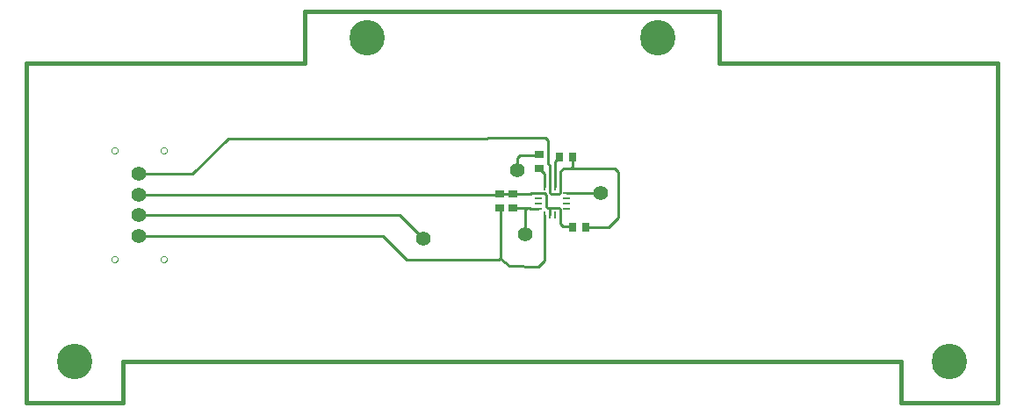
<source format=gtl>
G75*
G70*
%OFA0B0*%
%FSLAX24Y24*%
%IPPOS*%
%LPD*%
%AMOC8*
5,1,8,0,0,1.08239X$1,22.5*
%
%ADD10C,0.0160*%
%ADD11R,0.0110X0.0256*%
%ADD12R,0.0256X0.0110*%
%ADD13R,0.0276X0.0354*%
%ADD14R,0.0354X0.0276*%
%ADD15C,0.0555*%
%ADD16C,0.0000*%
%ADD17C,0.0100*%
%ADD18C,0.0554*%
%ADD19C,0.1345*%
D10*
X000180Y000190D02*
X000180Y013084D01*
X010741Y013084D01*
X010741Y015052D01*
X026489Y015052D01*
X026489Y013084D01*
X037050Y013084D01*
X037050Y000190D01*
X037050Y000180D01*
X037050Y000190D02*
X033379Y000190D01*
X033379Y001765D01*
X003851Y001765D01*
X003851Y000190D01*
X000180Y000190D01*
D11*
X019851Y007324D03*
X020048Y007324D03*
X020245Y007324D03*
X020442Y007324D03*
X020442Y008402D03*
X020245Y008402D03*
X020048Y008402D03*
X019851Y008402D03*
D12*
X019607Y008158D03*
X019607Y007961D03*
X019607Y007765D03*
X019607Y007568D03*
X020686Y007568D03*
X020686Y007765D03*
X020686Y007961D03*
X020686Y008158D03*
D13*
X020891Y006863D03*
X021402Y006863D03*
X020902Y009513D03*
X020391Y009513D03*
D14*
X019647Y009619D03*
X019647Y009107D03*
X018647Y008119D03*
X018147Y008119D03*
X018147Y007607D03*
X018647Y007607D03*
D15*
X004454Y007316D03*
X004454Y008103D03*
X004454Y008891D03*
X004454Y006528D03*
D16*
X005271Y005643D02*
X005273Y005664D01*
X005279Y005684D01*
X005288Y005704D01*
X005300Y005721D01*
X005315Y005735D01*
X005333Y005747D01*
X005353Y005755D01*
X005373Y005760D01*
X005394Y005761D01*
X005415Y005758D01*
X005435Y005752D01*
X005454Y005741D01*
X005471Y005728D01*
X005484Y005712D01*
X005495Y005694D01*
X005503Y005674D01*
X005507Y005654D01*
X005507Y005632D01*
X005503Y005612D01*
X005495Y005592D01*
X005484Y005574D01*
X005471Y005558D01*
X005454Y005545D01*
X005435Y005534D01*
X005415Y005528D01*
X005394Y005525D01*
X005373Y005526D01*
X005353Y005531D01*
X005333Y005539D01*
X005315Y005551D01*
X005300Y005565D01*
X005288Y005582D01*
X005279Y005602D01*
X005273Y005622D01*
X005271Y005643D01*
X003401Y005643D02*
X003403Y005664D01*
X003409Y005684D01*
X003418Y005704D01*
X003430Y005721D01*
X003445Y005735D01*
X003463Y005747D01*
X003483Y005755D01*
X003503Y005760D01*
X003524Y005761D01*
X003545Y005758D01*
X003565Y005752D01*
X003584Y005741D01*
X003601Y005728D01*
X003614Y005712D01*
X003625Y005694D01*
X003633Y005674D01*
X003637Y005654D01*
X003637Y005632D01*
X003633Y005612D01*
X003625Y005592D01*
X003614Y005574D01*
X003601Y005558D01*
X003584Y005545D01*
X003565Y005534D01*
X003545Y005528D01*
X003524Y005525D01*
X003503Y005526D01*
X003483Y005531D01*
X003463Y005539D01*
X003445Y005551D01*
X003430Y005565D01*
X003418Y005582D01*
X003409Y005602D01*
X003403Y005622D01*
X003401Y005643D01*
X003401Y009776D02*
X003403Y009797D01*
X003409Y009817D01*
X003418Y009837D01*
X003430Y009854D01*
X003445Y009868D01*
X003463Y009880D01*
X003483Y009888D01*
X003503Y009893D01*
X003524Y009894D01*
X003545Y009891D01*
X003565Y009885D01*
X003584Y009874D01*
X003601Y009861D01*
X003614Y009845D01*
X003625Y009827D01*
X003633Y009807D01*
X003637Y009787D01*
X003637Y009765D01*
X003633Y009745D01*
X003625Y009725D01*
X003614Y009707D01*
X003601Y009691D01*
X003584Y009678D01*
X003565Y009667D01*
X003545Y009661D01*
X003524Y009658D01*
X003503Y009659D01*
X003483Y009664D01*
X003463Y009672D01*
X003445Y009684D01*
X003430Y009698D01*
X003418Y009715D01*
X003409Y009735D01*
X003403Y009755D01*
X003401Y009776D01*
X005271Y009776D02*
X005273Y009797D01*
X005279Y009817D01*
X005288Y009837D01*
X005300Y009854D01*
X005315Y009868D01*
X005333Y009880D01*
X005353Y009888D01*
X005373Y009893D01*
X005394Y009894D01*
X005415Y009891D01*
X005435Y009885D01*
X005454Y009874D01*
X005471Y009861D01*
X005484Y009845D01*
X005495Y009827D01*
X005503Y009807D01*
X005507Y009787D01*
X005507Y009765D01*
X005503Y009745D01*
X005495Y009725D01*
X005484Y009707D01*
X005471Y009691D01*
X005454Y009678D01*
X005435Y009667D01*
X005415Y009661D01*
X005394Y009658D01*
X005373Y009659D01*
X005353Y009664D01*
X005333Y009672D01*
X005315Y009684D01*
X005300Y009698D01*
X005288Y009715D01*
X005279Y009735D01*
X005273Y009755D01*
X005271Y009776D01*
D17*
X004454Y008891D02*
X006489Y008891D01*
X007837Y010239D01*
X017660Y010239D01*
X017670Y010249D01*
X019875Y010249D01*
X019963Y010160D01*
X019963Y009274D01*
X020048Y009190D01*
X020048Y008402D01*
X020052Y008202D01*
X020052Y008152D01*
X020101Y008133D01*
X020397Y008133D01*
X020442Y008188D01*
X020442Y008402D01*
X020442Y008975D01*
X020574Y009107D01*
X020839Y009107D01*
X020869Y009137D01*
X020908Y009097D01*
X022513Y009097D01*
X022641Y008969D01*
X022641Y007217D01*
X022286Y006863D01*
X021402Y006863D01*
X020891Y006863D02*
X020871Y006883D01*
X020544Y006883D01*
X020442Y006985D01*
X020442Y007324D01*
X020446Y007339D01*
X020446Y007542D01*
X020377Y007591D01*
X020072Y007591D01*
X019944Y007591D01*
X019895Y007641D01*
X019895Y008084D01*
X019826Y008162D01*
X019613Y008162D01*
X019607Y008158D01*
X019603Y008162D01*
X019343Y008162D01*
X019300Y008119D01*
X018647Y008119D01*
X018147Y008119D01*
X018131Y008103D01*
X004454Y008103D01*
X004454Y007316D02*
X014343Y007316D01*
X015249Y006410D01*
X014609Y005633D02*
X013713Y006528D01*
X004454Y006528D01*
X014609Y005633D02*
X018093Y005633D01*
X018162Y005702D01*
X018162Y007591D01*
X018147Y007607D01*
X018647Y007607D02*
X019166Y007607D01*
X019097Y007538D01*
X019097Y006578D01*
X019851Y007324D02*
X019841Y005599D01*
X019599Y005367D01*
X018517Y005377D01*
X018162Y005643D01*
X018162Y005702D01*
X020048Y007324D02*
X020048Y007568D01*
X020072Y007591D01*
X019607Y007568D02*
X019591Y007552D01*
X019314Y007552D01*
X019259Y007607D01*
X019166Y007607D01*
X018147Y008119D02*
X018141Y008113D01*
X019851Y008402D02*
X019851Y008902D01*
X019647Y009107D01*
X020245Y009367D02*
X020391Y009513D01*
X020245Y009367D02*
X020245Y008402D01*
X020686Y008158D02*
X021011Y008158D01*
X021981Y008162D01*
X020691Y008163D02*
X020686Y008158D01*
X020869Y009137D02*
X020908Y009176D01*
X020908Y009507D01*
X020902Y009513D01*
X019647Y009619D02*
X019627Y009599D01*
X018920Y009599D01*
X018812Y009491D01*
X018812Y009028D01*
D18*
X018812Y009028D03*
X021981Y008162D03*
X019097Y006578D03*
X015249Y006410D03*
D19*
X002016Y001765D03*
X013103Y014068D03*
X024127Y014068D03*
X035215Y001765D03*
M02*

</source>
